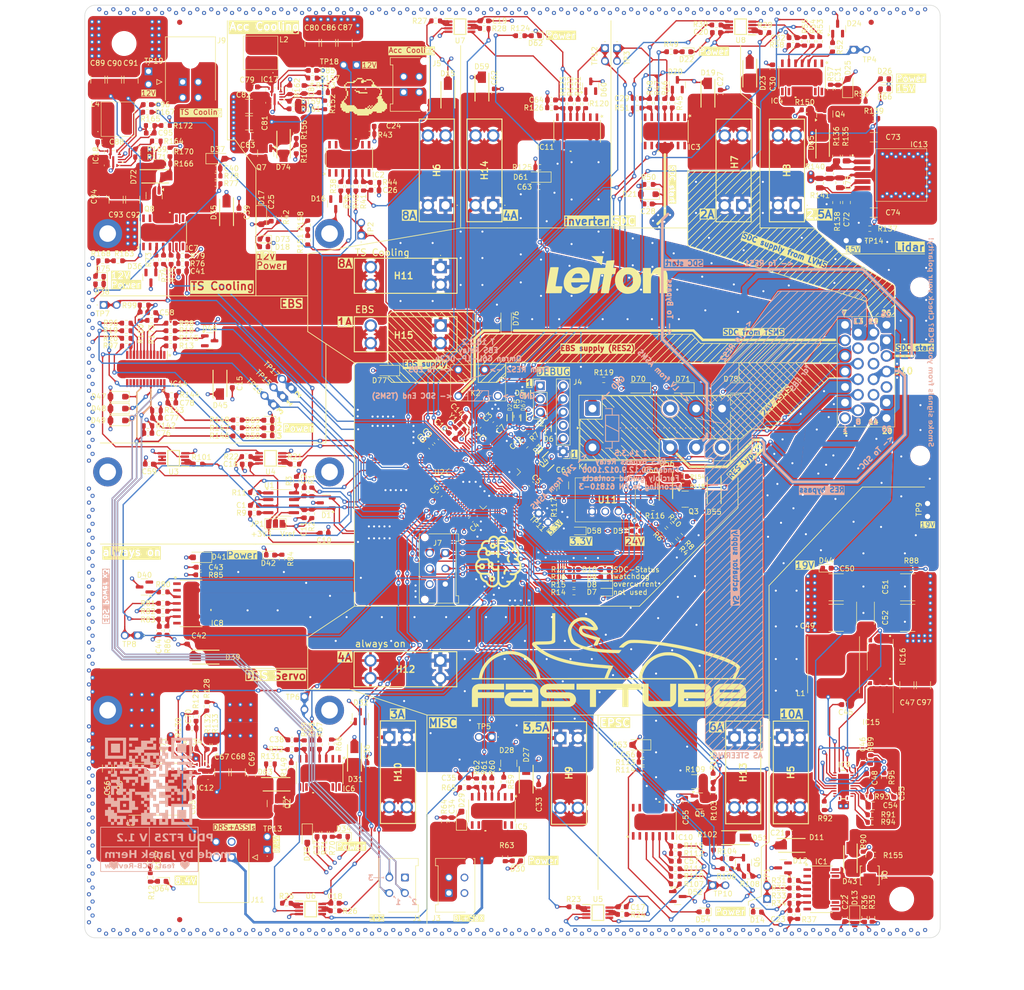
<source format=kicad_pcb>
(kicad_pcb
	(version 20241229)
	(generator "pcbnew")
	(generator_version "9.0")
	(general
		(thickness 1.6)
		(legacy_teardrops no)
	)
	(paper "A3")
	(title_block
		(title "PDU FT25")
		(date "2025-01-15")
		(rev "V1.2")
		(company "Janek Herm")
		(comment 1 "FasTTUBe Electronics")
	)
	(layers
		(0 "F.Cu" signal)
		(4 "In1.Cu" power)
		(6 "In2.Cu" signal)
		(2 "B.Cu" mixed)
		(9 "F.Adhes" user "F.Adhesive")
		(11 "B.Adhes" user "B.Adhesive")
		(13 "F.Paste" user)
		(15 "B.Paste" user)
		(5 "F.SilkS" user "F.Silkscreen")
		(7 "B.SilkS" user "B.Silkscreen")
		(1 "F.Mask" user)
		(3 "B.Mask" user)
		(17 "Dwgs.User" user "User.Drawings")
		(19 "Cmts.User" user "User.Comments")
		(21 "Eco1.User" user "User.Eco1")
		(23 "Eco2.User" user "User.Eco2")
		(25 "Edge.Cuts" user)
		(27 "Margin" user)
		(31 "F.CrtYd" user "F.Courtyard")
		(29 "B.CrtYd" user "B.Courtyard")
		(35 "F.Fab" user)
		(33 "B.Fab" user)
		(39 "User.1" user)
		(41 "User.2" user)
		(43 "User.3" user)
		(45 "User.4" user)
		(47 "User.5" user)
		(49 "User.6" user)
		(51 "User.7" user)
		(53 "User.8" user)
		(55 "User.9" user)
	)
	(setup
		(stackup
			(layer "F.SilkS"
				(type "Top Silk Screen")
			)
			(layer "F.Paste"
				(type "Top Solder Paste")
			)
			(layer "F.Mask"
				(type "Top Solder Mask")
				(thickness 0.01)
			)
			(layer "F.Cu"
				(type "copper")
				(thickness 0.035)
			)
			(layer "dielectric 1"
				(type "prepreg")
				(thickness 0.1)
				(material "FR4")
				(epsilon_r 4.5)
				(loss_tangent 0.02)
			)
			(layer "In1.Cu"
				(type "copper")
				(thickness 0.035)
			)
			(layer "dielectric 2"
				(type "core")
				(thickness 1.24)
				(material "FR4")
				(epsilon_r 4.5)
				(loss_tangent 0.02)
			)
			(layer "In2.Cu"
				(type "copper")
				(thickness 0.035)
			)
			(layer "dielectric 3"
				(type "prepreg")
				(thickness 0.1)
				(material "FR4")
				(epsilon_r 4.5)
				(loss_tangent 0.02)
			)
			(layer "B.Cu"
				(type "copper")
				(thickness 0.035)
			)
			(layer "B.Mask"
				(type "Bottom Solder Mask")
				(thickness 0.01)
			)
			(layer "B.Paste"
				(type "Bottom Solder Paste")
			)
			(layer "B.SilkS"
				(type "Bottom Silk Screen")
			)
			(copper_finish "None")
			(dielectric_constraints no)
		)
		(pad_to_mask_clearance 0)
		(allow_soldermask_bridges_in_footprints no)
		(tenting front back)
		(pcbplotparams
			(layerselection 0x00000000_00000000_55555555_5755f5ff)
			(plot_on_all_layers_selection 0x00000000_00000000_00000000_00000000)
			(disableapertmacros no)
			(usegerberextensions no)
			(usegerberattributes yes)
			(usegerberadvancedattributes yes)
			(creategerberjobfile no)
			(dashed_line_dash_ratio 12.000000)
			(dashed_line_gap_ratio 3.000000)
			(svgprecision 4)
			(plotframeref no)
			(mode 1)
			(useauxorigin yes)
			(hpglpennumber 1)
			(hpglpenspeed 20)
			(hpglpendiameter 15.000000)
			(pdf_front_fp_property_popups yes)
			(pdf_back_fp_property_popups yes)
			(pdf_metadata yes)
			(pdf_single_document no)
			(dxfpolygonmode yes)
			(dxfimperialunits yes)
			(dxfusepcbnewfont yes)
			(psnegative no)
			(psa4output no)
			(plot_black_and_white yes)
			(sketchpadsonfab no)
			(plotpadnumbers no)
			(hidednponfab no)
			(sketchdnponfab yes)
			(crossoutdnponfab yes)
			(subtractmaskfromsilk yes)
			(outputformat 1)
			(mirror no)
			(drillshape 0)
			(scaleselection 1)
			(outputdirectory "gerber/")
		)
	)
	(net 0 "")
	(net 1 "GND")
	(net 2 "+3V3")
	(net 3 "stdCAN_H")
	(net 4 "/MCU/Vref")
	(net 5 "stdCAN_L")
	(net 6 "/MCU/NRST")
	(net 7 "Net-(D11-A2)")
	(net 8 "/powerstages/P_Out6a")
	(net 9 "/powerstages/IS4")
	(net 10 "Net-(D15-A2)")
	(net 11 "/connectors/P_Out1")
	(net 12 "/powerstages/IS1")
	(net 13 "Net-(D19-A2)")
	(net 14 "/powerstages/IS10")
	(net 15 "Net-(D23-A2)")
	(net 16 "/powerstages/P_Out9a")
	(net 17 "/powerstages/IS7")
	(net 18 "Net-(D27-A2)")
	(net 19 "/connectors/P_Out8")
	(net 20 "/powerstages/IS8")
	(net 21 "Net-(D31-A2)")
	(net 22 "/powerstages/P_Out5a")
	(net 23 "/powerstages/IS3")
	(net 24 "Net-(D35-A2)")
	(net 25 "/connectors/P_Out2")
	(net 26 "/powerstages/IS2")
	(net 27 "/connectors/P_Out9")
	(net 28 "/powerstages/IS9")
	(net 29 "Net-(IC9-CBOOT)")
	(net 30 "Net-(IC9-SW)")
	(net 31 "Net-(IC9-VCC)")
	(net 32 "Net-(D43-K)")
	(net 33 "Net-(IC9-PFM{slash}SYNC)")
	(net 34 "/connectors/P_Out4")
	(net 35 "Net-(C53-Pad2)")
	(net 36 "Net-(IC9-EXTCOMP)")
	(net 37 "Net-(D51-A2)")
	(net 38 "/connectors/P_Out5")
	(net 39 "/powerstages/IS5")
	(net 40 "Net-(D56-K)")
	(net 41 "Net-(D59-A2)")
	(net 42 "/connectors/P_Out6")
	(net 43 "/powerstages/IS6")
	(net 44 "Net-(IC12-SW)")
	(net 45 "Net-(IC12-BOOT)")
	(net 46 "/connectors/P_Out3")
	(net 47 "Net-(D63-K)")
	(net 48 "Net-(IC12-FB)")
	(net 49 "Net-(IC12-SS)")
	(net 50 "/connectors/P_Out7")
	(net 51 "Net-(IC13-FB)")
	(net 52 "Net-(D65-K)")
	(net 53 "Net-(IC13-SS)")
	(net 54 "/MCU/SWCLK")
	(net 55 "/MCU/SWDIO")
	(net 56 "/MCU/UART_RX")
	(net 57 "/MCU/UART_TX")
	(net 58 "Net-(D7-A)")
	(net 59 "Net-(D8-A)")
	(net 60 "Net-(D9-A)")
	(net 61 "Net-(D10-A)")
	(net 62 "Net-(D12-A)")
	(net 63 "unconnected-(D12-NC-Pad2)")
	(net 64 "Net-(D14-A)")
	(net 65 "Net-(D16-A)")
	(net 66 "unconnected-(D16-NC-Pad2)")
	(net 67 "Net-(D18-A)")
	(net 68 "Net-(D20-A)")
	(net 69 "unconnected-(D20-NC-Pad2)")
	(net 70 "Net-(D22-A)")
	(net 71 "Net-(D24-A)")
	(net 72 "unconnected-(D24-NC-Pad2)")
	(net 73 "Net-(D26-A)")
	(net 74 "Net-(D28-A)")
	(net 75 "unconnected-(D28-NC-Pad2)")
	(net 76 "Net-(D30-A)")
	(net 77 "unconnected-(D32-NC-Pad2)")
	(net 78 "Net-(D32-A)")
	(net 79 "Net-(D34-A)")
	(net 80 "Net-(D36-A)")
	(net 81 "unconnected-(D36-NC-Pad2)")
	(net 82 "Net-(D38-A)")
	(net 83 "Net-(D43-A)")
	(net 84 "Net-(D44-A)")
	(net 85 "Net-(D45-A2)")
	(net 86 "/powerstages/IS11")
	(net 87 "/connectors/P_Out12")
	(net 88 "unconnected-(D52-NC-Pad2)")
	(net 89 "Net-(D52-A)")
	(net 90 "Net-(D54-A)")
	(net 91 "Net-(D56-A)")
	(net 92 "Net-(D57-A)")
	(net 93 "Net-(D58-A)")
	(net 94 "unconnected-(D60-NC-Pad2)")
	(net 95 "Net-(D60-A)")
	(net 96 "Net-(D62-A)")
	(net 97 "Net-(D63-A)")
	(net 98 "Net-(D64-A)")
	(net 99 "Net-(D65-A)")
	(net 100 "Net-(D66-A)")
	(net 101 "/connectors/P_Out11")
	(net 102 "/connectors/P_Out10")
	(net 103 "Net-(D46-A)")
	(net 104 "+24V")
	(net 105 "Net-(IC1-IS)")
	(net 106 "Net-(IC1-GND)")
	(net 107 "Net-(IC1-IN)")
	(net 108 "Net-(IC1-DEN)")
	(net 109 "Net-(IC2-IS)")
	(net 110 "Net-(IC2-IN)")
	(net 111 "Net-(IC2-DEN)")
	(net 112 "Net-(IC2-GND)")
	(net 113 "Net-(IC3-IN)")
	(net 114 "Net-(IC3-GND)")
	(net 115 "Net-(IC3-IS)")
	(net 116 "Net-(IC3-DEN)")
	(net 117 "Net-(IC4-IN)")
	(net 118 "Net-(IC4-GND)")
	(net 119 "Net-(IC4-IS)")
	(net 120 "Net-(IC4-DEN)")
	(net 121 "Net-(IC5-GND)")
	(net 122 "Net-(IC5-DEN)")
	(net 123 "Net-(IC5-IS)")
	(net 124 "Net-(IC5-IN)")
	(net 125 "Net-(IC6-GND)")
	(net 126 "Net-(IC6-IN)")
	(net 127 "Net-(IC6-DEN)")
	(net 128 "Net-(IC6-IS)")
	(net 129 "Net-(IC7-IN)")
	(net 130 "Net-(IC7-IS)")
	(net 131 "Net-(IC7-GND)")
	(net 132 "Net-(IC7-DEN)")
	(net 133 "Net-(IC9-CNFG)")
	(net 134 "Net-(IC9-PG{slash}SYNCOUT)")
	(net 135 "Net-(IC9-RT)")
	(net 136 "Net-(IC9-ISNS+)")
	(net 137 "Net-(IC9-HO)")
	(net 138 "Net-(IC9-LO)")
	(net 139 "Net-(IC9-FB)")
	(net 140 "Net-(IC10-IS)")
	(net 141 "Net-(IC10-IN)")
	(net 142 "Net-(IC10-DEN)")
	(net 143 "Net-(IC10-GND)")
	(net 144 "Net-(IC11-DEN)")
	(net 145 "Net-(IC11-IS)")
	(net 146 "Net-(IC11-IN)")
	(net 147 "Net-(IC11-GND)")
	(net 148 "Net-(IC12-PG)")
	(net 149 "Net-(IC12-MODE)")
	(net 150 "Net-(IC12-EN)")
	(net 151 "Net-(IC13-RON)")
	(net 152 "Net-(IC13-EN)")
	(net 153 "/MCU/SWO")
	(net 154 "FDCAN_H")
	(net 155 "FDCAN_L")
	(net 156 "/RBR/SDC bypass")
	(net 157 "24V ASMS")
	(net 158 "Net-(JP1-C)")
	(net 159 "unconnected-(K1-Pad12)")
	(net 160 "unconnected-(K1-Pad24)")
	(net 161 "Net-(K1-PadA1)")
	(net 162 "unconnected-(D46-NC-Pad2)")
	(net 163 "Net-(IC14-DSEL1)")
	(net 164 "Net-(Q5-D)")
	(net 165 "Net-(Q5-G)")
	(net 166 "Net-(Q6-G)")
	(net 167 "Net-(Q6-D)")
	(net 168 "Net-(U1-Rs)")
	(net 169 "Net-(U2-PA0)")
	(net 170 "Net-(U2-BOOT0)")
	(net 171 "Net-(U2-PC0)")
	(net 172 "Net-(U2-PA11)")
	(net 173 "/MCU/CAN_RX")
	(net 174 "/MCU/CAN_TX")
	(net 175 "Net-(U2-PA12)")
	(net 176 "unconnected-(U2-PB7-Pad59)")
	(net 177 "unconnected-(U2-PA15-Pad50)")
	(net 178 "/MCU/STATUS_LED1")
	(net 179 "/MCU/STATUS_LED2")
	(net 180 "/MCU/STATUS_LED3")
	(net 181 "/MCU/STATUS_LED4")
	(net 182 "Net-(R12-Pad1)")
	(net 183 "Net-(U4A--)")
	(net 184 "/MCU/ISENSE1")
	(net 185 "Net-(U4B--)")
	(net 186 "/MCU/ISENSE2")
	(net 187 "/MCU/ISENSE3")
	(net 188 "Net-(U5A--)")
	(net 189 "Net-(U5B--)")
	(net 190 "/MCU/ISENSE4")
	(net 191 "/MCU/ISENSE5")
	(net 192 "Net-(U6A--)")
	(net 193 "Net-(U6B--)")
	(net 194 "/MCU/ISENSE6")
	(net 195 "/MCU/ISENSE7")
	(net 196 "Net-(U7A--)")
	(net 197 "Net-(U7B--)")
	(net 198 "/MCU/ISENSE8")
	(net 199 "/MCU/ISENSE9")
	(net 200 "Net-(U8A--)")
	(net 201 "Net-(U8B--)")
	(net 202 "/MCU/ISENSE10")
	(net 203 "/MCU/IN4")
	(net 204 "/MCU/IN1")
	(net 205 "/MCU/IN10")
	(net 206 "/MCU/IN7")
	(net 207 "/MCU/IN8")
	(net 208 "/MCU/IN3")
	(net 209 "/MCU/IN2")
	(net 210 "/MCU/IN9")
	(net 211 "/MCU/IN11")
	(net 212 "/MCU/IN12")
	(net 213 "/MCU/IN13")
	(net 214 "/MCU/PC_Read")
	(net 215 "/MCU/PC_EN")
	(net 216 "/MCU/IN5")
	(net 217 "/MCU/IN6")
	(net 218 "/MCU/XTAL_OUT")
	(net 219 "unconnected-(U2-PC5-Pad25)")
	(net 220 "Net-(IC14-GND)")
	(net 221 "unconnected-(U2-PC12-Pad53)")
	(net 222 "Net-(IC14-DEN)")
	(net 223 "Net-(IC14-IN2)")
	(net 224 "/MCU/XTAL_IN")
	(net 225 "unconnected-(U2-PD2-Pad54)")
	(net 226 "unconnected-(IC14-OUT3-Pad13)")
	(net 227 "Net-(IC14-IN0)")
	(net 228 "Net-(IC14-IN3)")
	(net 229 "Net-(IC14-DSEL0)")
	(net 230 "Net-(IC14-IN1)")
	(net 231 "Net-(IC14-IS)")
	(net 232 "/MCU/DSEL0")
	(net 233 "/MCU/DSEL1")
	(net 234 "Net-(U3A--)")
	(net 235 "/MCU/ISENSE11")
	(net 236 "Net-(U3B--)")
	(net 237 "unconnected-(IC9-NC_1-Pad1)")
	(net 238 "unconnected-(IC9-NC_2-Pad2)")
	(net 239 "unconnected-(IC9-NC_4-Pad23)")
	(net 240 "unconnected-(IC9-NC_3-Pad22)")
	(net 241 "unconnected-(IC9-NC_5-Pad24)")
	(net 242 "Net-(D50-A)")
	(net 243 "Net-(D68-A)")
	(net 244 "Net-(D69-A)")
	(net 245 "/connectors/P_Out14")
	(net 246 "/connectors/P_Out13")
	(net 247 "Net-(IC17-SW)")
	(net 248 "Net-(IC17-BOOT)")
	(net 249 "Net-(D72-K)")
	(net 250 "Net-(IC17-FB)")
	(net 251 "Net-(IC17-SS)")
	(net 252 "Net-(IC18-BOOT)")
	(net 253 "Net-(IC18-SW)")
	(net 254 "Net-(D74-K)")
	(net 255 "Net-(IC18-FB)")
	(net 256 "Net-(IC18-SS)")
	(net 257 "Net-(D72-A)")
	(net 258 "Net-(D73-A)")
	(net 259 "Net-(D74-A)")
	(net 260 "Net-(D75-A)")
	(net 261 "Net-(IC17-PG)")
	(net 262 "Net-(IC17-MODE)")
	(net 263 "Net-(IC17-EN)")
	(net 264 "Net-(IC18-PG)")
	(net 265 "Net-(IC18-MODE)")
	(net 266 "Net-(IC18-EN)")
	(net 267 "Net-(R151-Pad2)")
	(net 268 "Net-(R163-Pad2)")
	(net 269 "EBS supply")
	(net 270 "AS actuator supply")
	(net 271 "unconnected-(IC1-NC-Pad7)")
	(net 272 "unconnected-(IC1-NC-Pad1)")
	(net 273 "unconnected-(IC1-NC-Pad14)")
	(net 274 "unconnected-(IC1-NC-Pad8)")
	(net 275 "unconnected-(IC1-NC-Pad9)")
	(net 276 "unconnected-(IC1-NC-Pad13)")
	(net 277 "unconnected-(IC1-NC-Pad2)")
	(net 278 "unconnected-(IC2-NC-Pad2)")
	(net 279 "unconnected-(IC2-NC-Pad7)")
	(net 280 "unconnected-(IC2-NC-Pad8)")
	(net 281 "unconnected-(IC2-NC-Pad14)")
	(net 282 "unconnected-(IC2-NC-Pad1)")
	(net 283 "unconnected-(IC2-NC-Pad9)")
	(net 284 "unconnected-(IC2-NC-Pad13)")
	(net 285 "unconnected-(IC3-NC-Pad8)")
	(net 286 "unconnected-(IC3-NC-Pad1)")
	(net 287 "unconnected-(IC3-NC-Pad7)")
	(net 288 "unconnected-(IC3-NC-Pad14)")
	(net 289 "unconnected-(IC3-NC-Pad13)")
	(net 290 "unconnected-(IC3-NC-Pad9)")
	(net 291 "unconnected-(IC3-NC-Pad2)")
	(net 292 "unconnected-(IC4-NC-Pad2)")
	(net 293 "unconnected-(IC4-NC-Pad1)")
	(net 294 "unconnected-(IC4-NC-Pad13)")
	(net 295 "unconnected-(IC4-NC-Pad7)")
	(net 296 "unconnected-(IC4-NC-Pad9)")
	(net 297 "unconnected-(IC4-NC-Pad8)")
	(net 298 "unconnected-(IC4-NC-Pad14)")
	(net 299 "unconnected-(IC5-NC-Pad1)")
	(net 300 "unconnected-(IC5-NC-Pad8)")
	(net 301 "unconnected-(IC5-NC-Pad9)")
	(net 302 "unconnected-(IC5-NC-Pad14)")
	(net 303 "unconnected-(IC5-NC-Pad13)")
	(net 304 "unconnected-(IC5-NC-Pad2)")
	(net 305 "unconnected-(IC5-NC-Pad7)")
	(net 306 "unconnected-(IC6-NC-Pad14)")
	(net 307 "unconnected-(IC6-NC-Pad2)")
	(net 308 "unconnected-(IC6-NC-Pad7)")
	(net 309 "unconnected-(IC6-NC-Pad1)")
	(net 310 "unconnected-(IC6-NC-Pad9)")
	(net 311 "unconnected-(IC6-NC-Pad8)")
	(net 312 "unconnected-(IC6-NC-Pad13)")
	(net 313 "unconnected-(IC7-NC-Pad1)")
	(net 314 "unconnected-(IC7-NC-Pad9)")
	(net 315 "unconnected-(IC7-NC-Pad14)")
	(net 316 "unconnected-(IC7-NC-Pad13)")
	(net 317 "unconnected-(IC7-NC-Pad7)")
	(net 318 "unconnected-(IC7-NC-Pad8)")
	(net 319 "unconnected-(IC7-NC-Pad2)")
	(net 320 "unconnected-(IC10-NC-Pad14)")
	(net 321 "unconnected-(IC10-NC-Pad8)")
	(net 322 "unconnected-(IC10-NC-Pad13)")
	(net 323 "unconnected-(IC10-NC-Pad9)")
	(net 324 "unconnected-(IC10-NC-Pad1)")
	(net 325 "unconnected-(IC10-NC-Pad7)")
	(net 326 "unconnected-(IC10-NC-Pad2)")
	(net 327 "unconnected-(IC11-NC-Pad1)")
	(net 328 "unconnected-(IC11-NC-Pad13)")
	(net 329 "unconnected-(IC11-NC-Pad2)")
	(net 330 "unconnected-(IC11-NC-Pad7)")
	(net 331 "unconnected-(IC11-NC-Pad9)")
	(net 332 "unconnected-(IC11-NC-Pad8)")
	(net 333 "unconnected-(IC11-NC-Pad14)")
	(net 334 "unconnected-(IC14-NC-Pad21)")
	(net 335 "unconnected-(IC14-NC-Pad19)")
	(net 336 "unconnected-(IC14-NC-Pad15)")
	(net 337 "unconnected-(IC14-NC-Pad18)")
	(net 338 "unconnected-(IC14-NC-Pad23)")
	(net 339 "unconnected-(IC14-NC-Pad22)")
	(net 340 "unconnected-(IC14-NC-Pad14)")
	(net 341 "unconnected-(IC14-NC-Pad12)")
	(net 342 "unconnected-(IC14-NC-Pad1)")
	(net 343 "unconnected-(IC14-NC-Pad16)")
	(net 344 "/EBSR/EBS power")
	(net 345 "unconnected-(U2-PC14-Pad3)")
	(net 346 "unconnected-(U2-PC15-Pad4)")
	(net 347 "unconnected-(U2-PC13-Pad2)")
	(net 348 "Net-(R100-Pad1)")
	(net 349 "/RBR/RES")
	(net 350 "TSMS SDC")
	(net 351 "unconnected-(IC14-NC-Pad3)")
	(net 352 "unconnected-(U2-PB0-Pad26)")
	(net 353 "Net-(D39-A2)")
	(net 354 "unconnected-(D40-NC-Pad2)")
	(net 355 "Net-(D40-A)")
	(net 356 "Net-(D42-A)")
	(net 357 "unconnected-(IC8-NC-Pad8)")
	(net 358 "unconnected-(IC8-NC-Pad13)")
	(net 359 "Net-(IC8-IN)")
	(net 360 "unconnected-(IC8-NC-Pad9)")
	(net 361 "unconnected-(IC8-NC-Pad1)")
	(net 362 "Net-(IC8-DEN)")
	(net 363 "Net-(IC8-GND)")
	(net 364 "Net-(IC8-IS)")
	(net 365 "unconnected-(IC8-NC-Pad2)")
	(net 366 "unconnected-(IC8-NC-Pad14)")
	(net 367 "unconnected-(IC8-NC-Pad7)")
	(net 368 "unconnected-(J10-Pin_15-Pad15)")
	(net 369 "unconnected-(J10-Pin_17-Pad17)")
	(footprint "5025:5025" (layer "F.Cu") (at 165.32 98.46 90))
	(footprint "Resistor_SMD:R_0603_1608Metric" (layer "F.Cu") (at 161.375 88.955 90))
	(footprint "Resistor_SMD:R_0603_1608Metric" (layer "F.Cu") (at 128.645 103.135 -90))
	(footprint "Capacitor_SMD:C_1210_3225Metric" (layer "F.Cu") (at 162.225 61.275 90))
	(footprint "BTT6010-1ERB:SOIC14_BTT6010-1ERB_INF" (layer "F.Cu") (at 163.019 83.649799 90))
	(footprint "824501241:DIOM5127X250N" (layer "F.Cu") (at 139.345 93.995 -90))
	(footprint "Resistor_SMD:R_0603_1608Metric" (layer "F.Cu") (at 122.555 83.275))
	(footprint "Package_TO_SOT_SMD:SOT-23" (layer "F.Cu") (at 124.75 106.535 -90))
	(footprint "Package_TO_SOT_SMD:SOT-23" (layer "F.Cu") (at 165.14 191.314998 90))
	(footprint "Resistor_SMD:R_0603_1608Metric" (layer "F.Cu") (at 135.615001 196.775 90))
	(footprint "Resistor_SMD:R_0603_1608Metric" (layer "F.Cu") (at 155.915 68.065))
	(footprint "Capacitor_SMD:C_1210_3225Metric" (layer "F.Cu") (at 143.685 76.725 180))
	(footprint "Resistor_SMD:R_0603_1608Metric" (layer "F.Cu") (at 135.545001 189.315 -90))
	(footprint "LED_SMD:LED_0603_1608Metric" (layer "F.Cu") (at 266.295 70.155 180))
	(footprint "brain:heart" (layer "F.Cu") (at 117.6 220.05))
	(footprint "Resistor_SMD:R_0603_1608Metric" (layer "F.Cu") (at 127.585 77.225))
	(footprint "ESD321DYAR:SODFL1608X77N" (layer "F.Cu") (at 193.99 133.625 -90))
	(footprint "Diode_SMD:D_SOD-123F" (layer "F.Cu") (at 218.94 127.854999 180))
	(footprint "5025:5025" (layer "F.Cu") (at 147.190001 216.99 90))
	(footprint "Resistor_SMD:R_0603_1608Metric" (layer "F.Cu") (at 147.805 200.415))
	(footprint "5025:5025" (layer "F.Cu") (at 261.38 99.44 180))
	(footprint "MountingHole:MountingHole_3.2mm_M3_DIN965_Pad" (layer "F.Cu") (at 116.41 144.08 -90))
	(footprint "Resistor_SMD:R_0603_1608Metric" (layer "F.Cu") (at 254.645 208.515 -90))
	(footprint "3557-15:355715" (layer "F.Cu") (at 180.58 180.485 180))
	(footprint "Resistor_SMD:R_0603_1608Metric" (layer "F.Cu") (at 264.205001 75.855))
	(footprint "Capacitor_SMD:C_0603_1608Metric" (layer "F.Cu") (at 156.795 213.675001 -90))
	(footprint "Resistor_SMD:R_0603_1608Metric" (layer "F.Cu") (at 120.005477 118.297452))
	(footprint "MountingHole:MountingHole_4.3mm_M4" (layer "F.Cu") (at 119.575 226.345))
	(footprint "Capacitor_SMD:C_1210_3225Metric" (layer "F.Cu") (at 138.414747 202.063428 90))
	(footprint "Diode_SMD:D_SOD-123F" (layer "F.Cu") (at 146.065 94.88 -90))
	(footprint "Capacitor_SMD:C_0603_1608Metric" (layer "F.Cu") (at 185.205 203.145 180))
	(footprint "Resistor_SMD:R_0603_1608Metric" (layer "F.Cu") (at 225.925 220.675))
	(footprint "Resistor_SMD:R_0603_1608Metric" (layer "F.Cu") (at 154.995 99.365 90))
	(footprint "Resistor_SMD:R_0603_1608Metric" (layer "F.Cu") (at 248.775 222.935))
	(footprint "LED_SMD:LED_0603_1608Metric"
		(layer "F.Cu")
		(uuid "17602bd7-e9c1-43cb-96d5-8ab917ac35af")
		(at 212.335 167.295 180)
		(descr "LED SMD 0603 (1608 Metric), square (rectangular) end terminal, IPC_7351 nominal, (Body size source: http://www.tortai-tech.com/upload/download/2011102023233369053.pdf), generated with kicad-footprint-generator")
		(tags "LED")
		(property "Reference" "D7"
			(at 2.55 0.02 180)
			(layer "F.SilkS")
			(uuid "3637dae5-f300-4355-b197-994b0f930189")
			(effects
				(font
					(size 1 1)
					(thickness 0.15)
				)
			)
		)
		(property "Value" "GREEN"
			(at 0 1.43 180)
			(layer "F.Fab")
			(uuid "d4a878a1-d2e6-4061-970e-90dbb1a1d755")
			(effects
				(font
					(size 1 1)
					(thickness 0.15)
				)
			)
		)
		(property "Datasheet" "https://www.we-online.com/components/products/datasheet/150040GS73220.pdf"
			(at 0 0 180)
			(unlocked yes)
			(layer "F.Fab")
			(hide yes)
			(uuid "fb0efaa4-fd1d-4c15-b9ce-1f15dbd31443")
			(effects
				(font
					(size 1.27 1.27)
					(thickness 0.15)
				)
			)
		)
		(property "Des
... [9186128 chars truncated]
</source>
